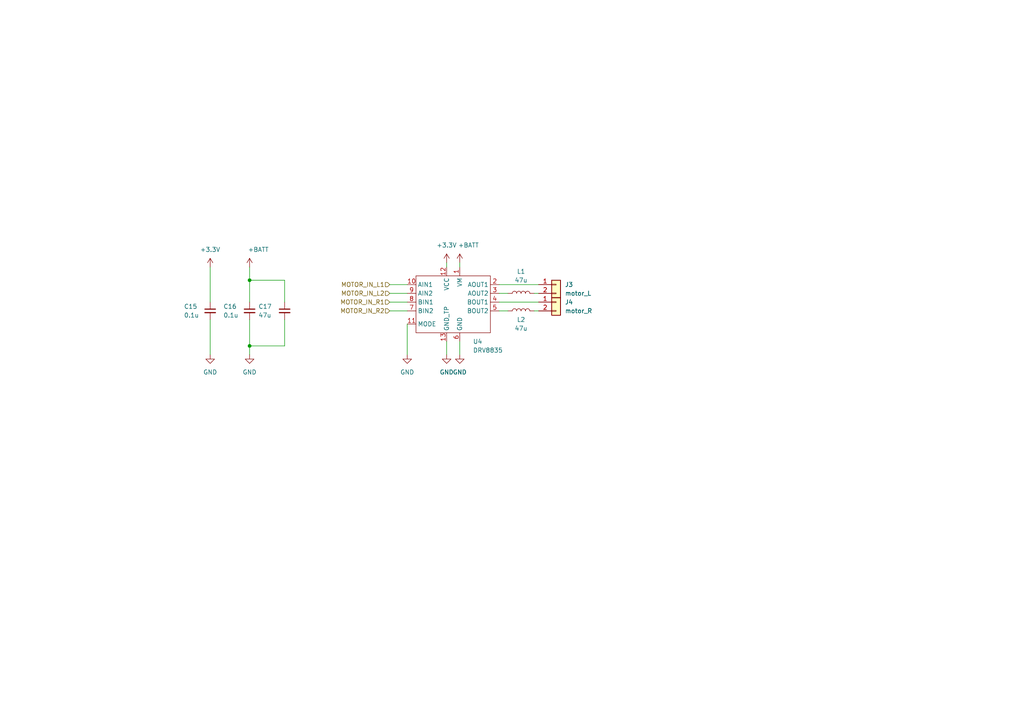
<source format=kicad_sch>
(kicad_sch (version 20231120) (generator "eeschema") (generator_version "8.0")
  (paper "A4")
  (lib_symbols
    (symbol "Connector_Generic:Conn_01x02" (pin_names (offset 1.016) hide)
      (property "Reference" "J" (at 0 2.54 0))
      (property "Value" "Conn_01x02" (at 0 -5.08 0))
      (symbol "Conn_01x02_1_1"
        (rectangle (start -1.27 -2.413) (end 0 -2.667) (stroke (width 0.1524)))
        (rectangle (start -1.27 0.127) (end 0 -0.127) (stroke (width 0.1524)))
        (rectangle (start -1.27 1.27) (end 1.27 -3.81) (stroke (width 0.254)) (fill (type background)))
        (pin passive line (at -5.08 0 0) (length 3.81) (name "Pin_1") (number "1"))
        (pin passive line (at -5.08 -2.54 0) (length 3.81) (name "Pin_2") (number "2"))
      )
    )
    (symbol "Device:C_Small" (pin_numbers hide) (pin_names (offset 0.254) hide)
      (property "Reference" "C" (at 0.254 1.778 0))
      (property "Value" "C_Small" (at 0.254 -2.032 0))
      (symbol "C_Small_0_1"
        (polyline (pts (xy -1.524 -0.508) (xy 1.524 -0.508)) (stroke (width 0.3302)))
        (polyline (pts (xy -1.524 0.508) (xy 1.524 0.508)) (stroke (width 0.3048)))
      )
      (symbol "C_Small_1_1"
        (pin passive line (at 0 2.54 270) (length 2.032) (name "~") (number "1"))
        (pin passive line (at 0 -2.54 90) (length 2.032) (name "~") (number "2"))
      )
    )
    (symbol "Device:L" (pin_numbers hide) (pin_names (offset 1.016) hide)
      (property "Reference" "L" (at -1.27 0 90))
      (property "Value" "L" (at 1.905 0 90))
      (symbol "L_0_1"
        (arc (start 0 -2.54) (mid 0.6323 -1.905) (end 0 -1.27))
        (arc (start 0 -1.27) (mid 0.6323 -0.635) (end 0 0))
        (arc (start 0 0) (mid 0.6323 0.635) (end 0 1.27))
        (arc (start 0 1.27) (mid 0.6323 1.905) (end 0 2.54))
      )
      (symbol "L_1_1"
        (pin passive line (at 0 3.81 270) (length 1.27) (name "1") (number "1"))
        (pin passive line (at 0 -3.81 90) (length 1.27) (name "2") (number "2"))
      )
    )
    (symbol "My_Device:DRV8835"
      (property "Reference" "U" (at 0 0 0))
      (property "Value" "DRV8835" (at 0 -2.54 0))
      (symbol "DRV8835_0_1"
        (polyline (pts (xy -10.16 -11.43) (xy 11.43 -11.43) (xy 11.43 -27.94) (xy -10.16 -27.94) (xy -10.16 -11.43)))
      )
      (symbol "DRV8835_1_1"
        (pin input line (at 2.54 -8.89 270) (length 2.54) (name "VM") (number "1"))
        (pin input line (at -12.7 -13.97 0) (length 2.54) (name "AIN1") (number "10"))
        (pin input line (at -12.7 -25.4 0) (length 2.54) (name "MODE") (number "11"))
        (pin input line (at -1.27 -8.89 270) (length 2.54) (name "VCC") (number "12"))
        (pin input line (at -1.27 -30.48 90) (length 2.54) (name "GND_TP") (number "13"))
        (pin input line (at 13.97 -13.97 180) (length 2.54) (name "AOUT1") (number "2"))
        (pin input line (at 13.97 -16.51 180) (length 2.54) (name "AOUT2") (number "3"))
        (pin input line (at 13.97 -19.05 180) (length 2.54) (name "BOUT1") (number "4"))
        (pin input line (at 13.97 -21.59 180) (length 2.54) (name "BOUT2") (number "5"))
        (pin input line (at 2.54 -30.48 90) (length 2.54) (name "GND") (number "6"))
        (pin input line (at -12.7 -21.59 0) (length 2.54) (name "BIN2") (number "7"))
        (pin input line (at -12.7 -19.05 0) (length 2.54) (name "BIN1") (number "8"))
        (pin input line (at -12.7 -16.51 0) (length 2.54) (name "AIN2") (number "9"))
      )
    )
    (symbol "power:+3.3V" (power) (pin_names (offset 0))
      (property "Value" "+3.3V" (at 0 3.556 0))
      (symbol "+3.3V_0_1"
        (polyline (pts (xy -0.762 1.27) (xy 0 2.54)))
        (polyline (pts (xy 0 0) (xy 0 2.54)))
        (polyline (pts (xy 0 2.54) (xy 0.762 1.27)))
      )
      (symbol "+3.3V_1_1"
        (pin power_in line (at 0 0 90) (length 0) hide (name "+3.3V") (number "1"))
      )
    )
    (symbol "power:+BATT" (power) (pin_names (offset 0))
      (property "Value" "+BATT" (at 0 3.556 0))
      (symbol "+BATT_0_1"
        (polyline (pts (xy -0.762 1.27) (xy 0 2.54)))
        (polyline (pts (xy 0 0) (xy 0 2.54)))
        (polyline (pts (xy 0 2.54) (xy 0.762 1.27)))
      )
      (symbol "+BATT_1_1"
        (pin power_in line (at 0 0 90) (length 0) hide (name "+BATT") (number "1"))
      )
    )
    (symbol "power:GND" (power) (pin_names (offset 0))
      (property "Value" "GND" (at 0 -3.81 0))
      (symbol "GND_0_1"
        (polyline (pts (xy 0 0) (xy 0 -1.27) (xy 1.27 -1.27) (xy 0 -2.54) (xy -1.27 -1.27) (xy 0 -1.27)))
      )
      (symbol "GND_1_1"
        (pin power_in line (at 0 0 270) (length 0) hide (name "GND") (number "1"))
      )
    )
  )
  (junction (at 72.39 100.33))
  (junction (at 72.39 81.28))
  (wire (pts (xy 144.78 82.55) (xy 156.21 82.55)))
  (wire (pts (xy 60.96 102.87) (xy 60.96 92.71)))
  (wire (pts (xy 113.03 87.63) (xy 118.11 87.63)))
  (wire (pts (xy 133.35 76.2) (xy 133.35 77.47)))
  (wire (pts (xy 133.35 99.06) (xy 133.35 102.87)))
  (wire (pts (xy 72.39 100.33) (xy 82.55 100.33)))
  (wire (pts (xy 113.03 85.09) (xy 118.11 85.09)))
  (wire (pts (xy 129.54 76.2) (xy 129.54 77.47)))
  (wire (pts (xy 113.03 90.17) (xy 118.11 90.17)))
  (wire (pts (xy 82.55 81.28) (xy 82.55 87.63)))
  (wire (pts (xy 129.54 99.06) (xy 129.54 102.87)))
  (wire (pts (xy 144.78 85.09) (xy 147.32 85.09)))
  (wire (pts (xy 118.11 93.98) (xy 118.11 102.87)))
  (wire (pts (xy 144.78 87.63) (xy 156.21 87.63)))
  (wire (pts (xy 113.03 82.55) (xy 118.11 82.55)))
  (wire (pts (xy 144.78 90.17) (xy 147.32 90.17)))
  (wire (pts (xy 72.39 81.28) (xy 82.55 81.28)))
  (wire (pts (xy 154.94 85.09) (xy 156.21 85.09)))
  (wire (pts (xy 72.39 102.87) (xy 72.39 100.33)))
  (wire (pts (xy 72.39 100.33) (xy 72.39 92.71)))
  (wire (pts (xy 72.39 77.47) (xy 72.39 81.28)))
  (wire (pts (xy 154.94 90.17) (xy 156.21 90.17)))
  (wire (pts (xy 60.96 77.47) (xy 60.96 87.63)))
  (wire (pts (xy 82.55 100.33) (xy 82.55 92.71)))
  (wire (pts (xy 72.39 81.28) (xy 72.39 87.63)))
  (hierarchical_label "MOTOR_IN_R1" (shape input) (at 113.03 87.63 180))
  (hierarchical_label "MOTOR_IN_R2" (shape input) (at 113.03 90.17 180))
  (hierarchical_label "MOTOR_IN_L2" (shape input) (at 113.03 85.09 180))
  (hierarchical_label "MOTOR_IN_L1" (shape input) (at 113.03 82.55 180))
  (symbol (lib_id "Device:C_Small") (at 82.55 90.17 0) (unit 1)
    (property "Reference" "C17" (at 74.93 88.9 0) (effects (justify left)))
    (property "Value" "47u" (at 74.93 91.44 0) (effects (justify left)))
    (property "Footprint" "Capacitor_SMD:C_0603_1608Metric" (effects (hide yes)))
  )
  (symbol (lib_id "power:GND") (at 133.35 102.87 0) (unit 1)
    (property "Reference" "#PWR027" (effects (hide yes)))
    (property "Value" "GND" (at 133.35 107.95 0))
  )
  (symbol (lib_id "Device:L") (at 151.13 90.17 90) (unit 1)
    (property "Reference" "L2" (at 151.13 92.71 90))
    (property "Value" "47u" (at 151.13 95.25 90))
    (property "Footprint" "Inductor_SMD:L_0603_1608Metric_Pad1.05x0.95mm_HandSolder" (effects (hide yes)))
  )
  (symbol (lib_id "power:+BATT") (at 133.35 76.2 0) (unit 1)
    (property "Reference" "#PWR026" (effects (hide yes)))
    (property "Value" "+BATT" (at 135.89 71.12 0))
  )
  (symbol (lib_id "power:+BATT") (at 72.39 77.47 0) (unit 1)
    (property "Reference" "#PWR021" (effects (hide yes)))
    (property "Value" "+BATT" (at 74.93 72.39 0))
  )
  (symbol (lib_id "power:GND") (at 60.96 102.87 0) (unit 1)
    (property "Reference" "#PWR020" (effects (hide yes)))
    (property "Value" "GND" (at 60.96 107.95 0))
  )
  (symbol (lib_id "Device:C_Small") (at 72.39 90.17 0) (unit 1)
    (property "Reference" "C16" (at 64.77 88.9 0) (effects (justify left)))
    (property "Value" "0.1u" (at 64.77 91.44 0) (effects (justify left)))
    (property "Footprint" "Capacitor_SMD:C_0201_0603Metric" (effects (hide yes)))
  )
  (symbol (lib_id "Connector_Generic:Conn_01x02") (at 161.29 87.63 0) (unit 1)
    (property "Reference" "J4" (at 163.83 87.6299 0) (effects (justify left)))
    (property "Value" "motor_R" (at 163.83 90.1699 0) (effects (justify left)))
    (property "Footprint" "half_mouse_lib:motor_SMD" (effects (hide yes)))
  )
  (symbol (lib_id "Connector_Generic:Conn_01x02") (at 161.29 82.55 0) (unit 1)
    (property "Reference" "J3" (at 163.83 82.5499 0) (effects (justify left)))
    (property "Value" "motor_L" (at 163.83 85.0899 0) (effects (justify left)))
    (property "Footprint" "half_mouse_lib:motor_SMD" (effects (hide yes)))
  )
  (symbol (lib_id "power:GND") (at 72.39 102.87 0) (unit 1)
    (property "Reference" "#PWR022" (effects (hide yes)))
    (property "Value" "GND" (at 72.39 107.95 0))
  )
  (symbol (lib_id "power:+3.3V") (at 129.54 76.2 0) (unit 1)
    (property "Reference" "#PWR024" (effects (hide yes)))
    (property "Value" "+3.3V" (at 129.54 71.12 0))
  )
  (symbol (lib_id "power:+3.3V") (at 60.96 77.47 0) (unit 1)
    (property "Reference" "#PWR019" (effects (hide yes)))
    (property "Value" "+3.3V" (at 60.96 72.39 0))
  )
  (symbol (lib_id "Device:L") (at 151.13 85.09 90) (unit 1)
    (property "Reference" "L1" (at 151.13 78.74 90))
    (property "Value" "47u" (at 151.13 81.28 90))
    (property "Footprint" "Inductor_SMD:L_0603_1608Metric_Pad1.05x0.95mm_HandSolder" (effects (hide yes)))
  )
  (symbol (lib_id "power:GND") (at 118.11 102.87 0) (unit 1)
    (property "Reference" "#PWR023" (effects (hide yes)))
    (property "Value" "GND" (at 118.11 107.95 0))
  )
  (symbol (lib_id "Device:C_Small") (at 60.96 90.17 0) (unit 1)
    (property "Reference" "C15" (at 53.34 88.9 0) (effects (justify left)))
    (property "Value" "0.1u" (at 53.34 91.44 0) (effects (justify left)))
    (property "Footprint" "Capacitor_SMD:C_0201_0603Metric" (effects (hide yes)))
  )
  (symbol (lib_id "power:GND") (at 129.54 102.87 0) (unit 1)
    (property "Reference" "#PWR025" (effects (hide yes)))
    (property "Value" "GND" (at 129.54 107.95 0))
  )
  (symbol (lib_id "My_Device:DRV8835") (at 130.81 68.58 0) (unit 1)
    (property "Reference" "U4" (at 137.16 99.06 0) (effects (justify left)))
    (property "Value" "DRV8835" (at 137.16 101.6 0) (effects (justify left)))
    (property "Footprint" "omni:DRV8835" (effects (hide yes)))
  )
)
</source>
